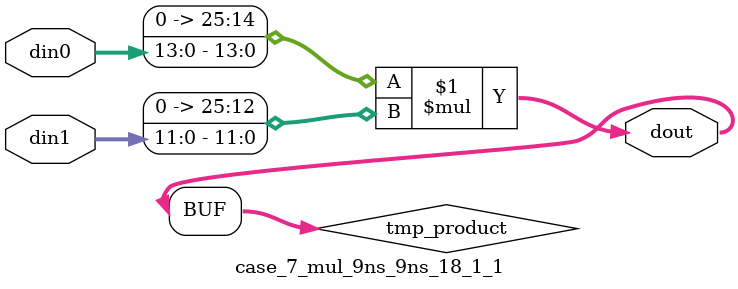
<source format=v>

`timescale 1 ns / 1 ps

 (* use_dsp = "no" *)  module case_7_mul_9ns_9ns_18_1_1(din0, din1, dout);
parameter ID = 1;
parameter NUM_STAGE = 0;
parameter din0_WIDTH = 14;
parameter din1_WIDTH = 12;
parameter dout_WIDTH = 26;

input [din0_WIDTH - 1 : 0] din0; 
input [din1_WIDTH - 1 : 0] din1; 
output [dout_WIDTH - 1 : 0] dout;

wire signed [dout_WIDTH - 1 : 0] tmp_product;
























assign tmp_product = $signed({1'b0, din0}) * $signed({1'b0, din1});











assign dout = tmp_product;





















endmodule

</source>
